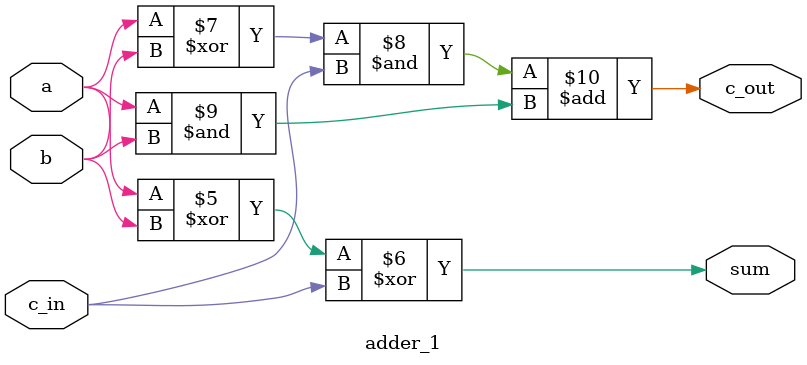
<source format=sv>
`timescale 1ns/1ps
`default_nettype none
/*
  a 1 bit addder that we can daisy chain for 
  ripple carry adders
*/

module adder_1(a, b, c_in, sum, c_out);

input wire a, b, c_in;
output logic sum, c_out;

logic a_bar, b_bar, c_in_bar;
always_comb begin
  a_bar = ~ a;
  b_bar = ~ b;
  c_in_bar = ~ c_in;
  sum = (a ^ b) ^ c_in;
  c_out = ((a ^ b) & c_in) + (a & b);
end

endmodule

</source>
